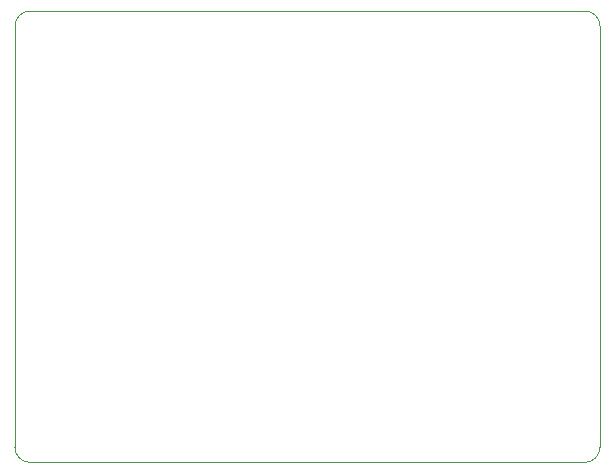
<source format=gm1>
%TF.GenerationSoftware,KiCad,Pcbnew,5.99.0-unknown-43a4cf795~104~ubuntu20.04.1*%
%TF.CreationDate,2020-11-14T10:05:51-08:00*%
%TF.ProjectId,T12_Control,5431325f-436f-46e7-9472-6f6c2e6b6963,rev?*%
%TF.SameCoordinates,PXba85060PY68290a0*%
%TF.FileFunction,Profile,NP*%
%FSLAX46Y46*%
G04 Gerber Fmt 4.6, Leading zero omitted, Abs format (unit mm)*
G04 Created by KiCad (PCBNEW 5.99.0-unknown-43a4cf795~104~ubuntu20.04.1) date 2020-11-14 10:05:51*
%MOMM*%
%LPD*%
G01*
G04 APERTURE LIST*
%TA.AperFunction,Profile*%
%ADD10C,0.050000*%
%TD*%
G04 APERTURE END LIST*
D10*
X48260000Y38217974D02*
G75*
G02*
X49530000Y36947974I0J-1270000D01*
G01*
X49530000Y36947974D02*
X49530000Y1270000D01*
X48260000Y38217974D02*
X1270000Y38217974D01*
X0Y36947974D02*
G75*
G02*
X1270000Y38217974I1270000J0D01*
G01*
X0Y1270000D02*
X0Y36947974D01*
X48260000Y0D02*
X1270000Y0D01*
X49530000Y1270000D02*
G75*
G02*
X48260000Y0I-1270000J0D01*
G01*
X0Y1270000D02*
G75*
G03*
X1270000Y0I1270000J0D01*
G01*
M02*

</source>
